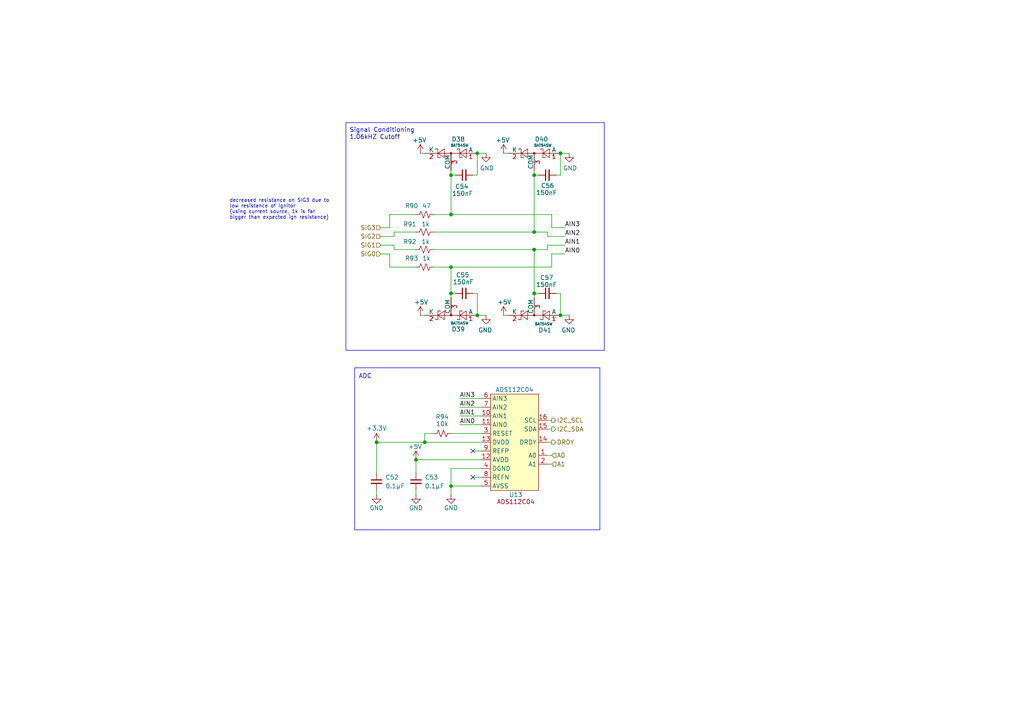
<source format=kicad_sch>
(kicad_sch (version 20250114) (generator "eeschema") (generator_version "9.0")
  (paper "A4")
  (lib_symbols
    (symbol "ADS112C04_1"
      (property "Reference" "U" (at -0.762 -12.7 0))
      (symbol "ADS112C04_1_1_1"
        (rectangle (start -7.62 16.51) (end 6.35 -11.43) (fill (type background)))
        (text "ADS112C04" (at -0.254 -14.732 0) (effects (font (size 1.27 1.27))))
        (pin input line (at -10.16 15.24 0) (length 2.54) (name "AIN3") (number "6"))
        (pin input line (at -10.16 12.7 0) (length 2.54) (name "AIN2") (number "7"))
        (pin input line (at -10.16 10.16 0) (length 2.54) (name "AIN1") (number "10"))
        (pin input line (at -10.16 7.62 0) (length 2.54) (name "AIN0") (number "11"))
        (pin input line (at -10.16 5.08 0) (length 2.54) (name "RESET") (number "3"))
        (pin power_in line (at -10.16 2.54 0) (length 2.54) (name "DVDD") (number "13"))
        (pin input line (at -10.16 0 0) (length 2.54) (name "REFP") (number "9"))
        (pin power_in line (at -10.16 -2.54 0) (length 2.54) (name "AVDD") (number "12"))
        (pin power_in line (at -10.16 -5.08 0) (length 2.54) (name "DGND") (number "4"))
        (pin input line (at -10.16 -7.62 0) (length 2.54) (name "REFN") (number "8"))
        (pin power_in line (at -10.16 -10.16 0) (length 2.54) (name "AVSS") (number "5"))
        (pin input line (at 8.89 8.89 180) (length 2.54) (name "SCL") (number "16"))
        (pin bidirectional line (at 8.89 6.35 180) (length 2.54) (name "SDA") (number "15"))
        (pin output line (at 8.89 2.54 180) (length 2.54) (name "DRDY") (number "14"))
        (pin input line (at 8.89 -1.27 180) (length 2.54) (name "A0") (number "1"))
        (pin input line (at 8.89 -3.81 180) (length 2.54) (name "A1") (number "2"))
      )
    )
    (symbol "Device:C_Small" (pin_numbers (hide yes)) (pin_names (offset 0.254) (hide yes))
      (property "Reference" "C" (at 0.254 1.778 0))
      (property "Value" "C_Small" (at 0.254 -2.032 0))
      (symbol "C_Small_0_1"
        (polyline (pts (xy -1.524 0.508) (xy 1.524 0.508)) (stroke (width 0.3048)))
        (polyline (pts (xy -1.524 -0.508) (xy 1.524 -0.508)) (stroke (width 0.3302)))
      )
      (symbol "C_Small_1_1"
        (pin passive line (at 0 2.54 270) (length 2.032) (name "~") (number "1"))
        (pin passive line (at 0 -2.54 90) (length 2.032) (name "~") (number "2"))
      )
    )
    (symbol "Device:R_Small_US" (pin_numbers (hide yes)) (pin_names (offset 0.254) (hide yes))
      (property "Reference" "R" (at 0.762 0.508 0))
      (property "Value" "R_Small_US" (at 0.762 -1.016 0))
      (symbol "R_Small_US_1_1"
        (polyline (pts (xy 0 1.524) (xy 1.016 1.143) (xy 0 0.762) (xy -1.016 0.381) (xy 0 0)))
        (polyline (pts (xy 0 0) (xy 1.016 -0.381) (xy 0 -0.762) (xy -1.016 -1.143) (xy 0 -1.524)))
        (pin passive line (at 0 2.54 270) (length 1.016) (name "~") (number "1"))
        (pin passive line (at 0 -2.54 90) (length 1.016) (name "~") (number "2"))
      )
    )
    (symbol "Diode:BAT54SW" (pin_names (offset 0))
      (property "Reference" "D" (at 0.635 -3.81 0))
      (property "Value" "BAT54SW" (at -6.35 3.175 0))
      (symbol "BAT54SW_0_1"
        (polyline (pts (xy -4.445 1.27) (xy -4.445 -1.27) (xy -2.54 0) (xy -4.445 1.27)))
        (polyline (pts (xy -3.81 0) (xy -1.27 0)))
        (polyline (pts (xy -3.175 -1.27) (xy -3.175 -1.016)))
        (polyline (pts (xy -2.54 1.27) (xy -1.905 1.27)))
        (polyline (pts (xy -2.54 -1.27) (xy -3.175 -1.27)))
        (polyline (pts (xy -2.54 -1.27) (xy -2.54 1.27)))
        (polyline (pts (xy -1.905 1.27) (xy -1.905 1.016)))
        (polyline (pts (xy -1.905 0) (xy 1.905 0)))
        (circle (center 0 0) (radius 0.254) (fill (type outline)))
        (polyline (pts (xy 1.27 0) (xy 3.81 0)))
        (polyline (pts (xy 1.905 1.27) (xy 1.905 -1.27) (xy 3.81 0) (xy 1.905 1.27)))
        (polyline (pts (xy 3.175 -1.27) (xy 3.175 -1.016)))
        (polyline (pts (xy 3.81 1.27) (xy 4.445 1.27)))
        (polyline (pts (xy 3.81 -1.27) (xy 3.175 -1.27)))
        (polyline (pts (xy 3.81 -1.27) (xy 3.81 1.27)))
        (polyline (pts (xy 4.445 1.27) (xy 4.445 1.016)))
      )
      (symbol "BAT54SW_1_1"
        (pin passive line (at -7.62 0 0) (length 3.81) (name "A") (number "1"))
        (pin passive line (at 0 -5.08 90) (length 5.08) (name "COM") (number "3"))
        (pin passive line (at 7.62 0 180) (length 3.81) (name "K") (number "2"))
      )
    )
    (symbol "power:+3.3V" (power) (pin_numbers (hide yes)) (pin_names (offset 0) (hide yes))
      (property "Value" "+3.3V" (at 0 3.556 0))
      (symbol "+3.3V_0_1"
        (polyline (pts (xy -0.762 1.27) (xy 0 2.54)))
        (polyline (pts (xy 0 2.54) (xy 0.762 1.27)))
        (polyline (pts (xy 0 0) (xy 0 2.54)))
      )
      (symbol "+3.3V_1_1"
        (pin power_in line (at 0 0 90) (length 0) (name "~") (number "1"))
      )
    )
    (symbol "power:GND" (power) (pin_numbers (hide yes)) (pin_names (offset 0) (hide yes))
      (property "Value" "GND" (at 0 -3.81 0))
      (symbol "GND_0_1"
        (polyline (pts (xy 0 0) (xy 0 -1.27) (xy 1.27 -1.27) (xy 0 -2.54) (xy -1.27 -1.27) (xy 0 -1.27)))
      )
      (symbol "GND_1_1"
        (pin power_in line (at 0 0 270) (length 0) (name "~") (number "1"))
      )
    )
  )
  (rectangle (start 102.87 106.68) (end 173.99 153.67))
  (rectangle (start 100.33 35.56) (end 175.26 101.6))
  (text "ADC" (at 105.918 109.22 0) (effects (font (size 1.27 1.27))))
  (text "decreased resistance on SIG3 due to\nlow resistance of ignitor\n(using current source, 1k is far\nbigger than expected ign resistance)" (at 66.548 60.706 0) (effects (font (size 1.016 1.016) (thickness 0.127)) (justify left)))
  (text "Signal Conditioning\n1.06kHZ Cutoff" (at 101.346 38.862 0) (effects (font (size 1.27 1.27)) (justify left)))
  (junction (at 123.19 128.27))
  (junction (at 138.43 44.45))
  (junction (at 162.56 44.45))
  (junction (at 130.81 50.8))
  (junction (at 154.94 67.31))
  (junction (at 162.56 91.44))
  (junction (at 138.43 91.44))
  (junction (at 120.65 133.35))
  (junction (at 130.81 85.09))
  (junction (at 130.81 62.23))
  (junction (at 154.94 72.39))
  (junction (at 130.81 140.97))
  (junction (at 154.94 85.09))
  (junction (at 109.22 128.27))
  (junction (at 130.81 77.47))
  (junction (at 154.94 50.8))
  (no_connect (at 137.16 130.81))
  (no_connect (at 137.16 138.43))
  (wire (pts (xy 158.75 68.58) (xy 163.83 68.58)))
  (wire (pts (xy 162.56 85.09) (xy 162.56 91.44)))
  (wire (pts (xy 162.56 85.09) (xy 161.29 85.09)))
  (wire (pts (xy 130.81 62.23) (xy 160.02 62.23)))
  (wire (pts (xy 154.94 50.8) (xy 154.94 49.53)))
  (wire (pts (xy 130.81 50.8) (xy 130.81 49.53)))
  (wire (pts (xy 130.81 140.97) (xy 130.81 143.51)))
  (wire (pts (xy 110.49 66.04) (xy 113.03 66.04)))
  (wire (pts (xy 130.81 125.73) (xy 139.7 125.73)))
  (wire (pts (xy 138.43 85.09) (xy 137.16 85.09)))
  (wire (pts (xy 125.73 72.39) (xy 154.94 72.39)))
  (wire (pts (xy 114.3 72.39) (xy 120.65 72.39)))
  (wire (pts (xy 160.02 62.23) (xy 160.02 66.04)))
  (wire (pts (xy 130.81 85.09) (xy 130.81 86.36)))
  (wire (pts (xy 158.75 134.62) (xy 160.02 134.62)))
  (wire (pts (xy 133.35 120.65) (xy 139.7 120.65)))
  (wire (pts (xy 140.97 44.45) (xy 138.43 44.45)))
  (wire (pts (xy 123.19 125.73) (xy 123.19 128.27)))
  (wire (pts (xy 125.73 62.23) (xy 130.81 62.23)))
  (wire (pts (xy 113.03 77.47) (xy 120.65 77.47)))
  (wire (pts (xy 110.49 73.66) (xy 113.03 73.66)))
  (wire (pts (xy 162.56 50.8) (xy 161.29 50.8)))
  (wire (pts (xy 158.75 132.08) (xy 160.02 132.08)))
  (wire (pts (xy 158.75 128.27) (xy 160.02 128.27)))
  (wire (pts (xy 146.05 44.45) (xy 147.32 44.45)))
  (wire (pts (xy 110.49 68.58) (xy 114.3 68.58)))
  (wire (pts (xy 114.3 67.31) (xy 120.65 67.31)))
  (wire (pts (xy 130.81 77.47) (xy 130.81 85.09)))
  (wire (pts (xy 132.08 85.09) (xy 130.81 85.09)))
  (wire (pts (xy 125.73 77.47) (xy 130.81 77.47)))
  (wire (pts (xy 114.3 71.12) (xy 114.3 72.39)))
  (wire (pts (xy 154.94 85.09) (xy 154.94 86.36)))
  (wire (pts (xy 160.02 77.47) (xy 160.02 73.66)))
  (wire (pts (xy 114.3 68.58) (xy 114.3 67.31)))
  (wire (pts (xy 120.65 133.35) (xy 139.7 133.35)))
  (wire (pts (xy 162.56 50.8) (xy 162.56 44.45)))
  (wire (pts (xy 160.02 73.66) (xy 163.83 73.66)))
  (wire (pts (xy 154.94 50.8) (xy 154.94 67.31)))
  (wire (pts (xy 125.73 125.73) (xy 123.19 125.73)))
  (wire (pts (xy 156.21 50.8) (xy 154.94 50.8)))
  (wire (pts (xy 146.05 91.44) (xy 147.32 91.44)))
  (wire (pts (xy 120.65 142.24) (xy 120.65 143.51)))
  (wire (pts (xy 133.35 115.57) (xy 139.7 115.57)))
  (wire (pts (xy 158.75 72.39) (xy 158.75 71.12)))
  (wire (pts (xy 154.94 67.31) (xy 158.75 67.31)))
  (wire (pts (xy 158.75 121.92) (xy 160.02 121.92)))
  (wire (pts (xy 121.92 91.44) (xy 123.19 91.44)))
  (wire (pts (xy 138.43 85.09) (xy 138.43 91.44)))
  (wire (pts (xy 109.22 142.24) (xy 109.22 143.51)))
  (wire (pts (xy 132.08 50.8) (xy 130.81 50.8)))
  (wire (pts (xy 113.03 66.04) (xy 113.03 62.23)))
  (wire (pts (xy 154.94 72.39) (xy 158.75 72.39)))
  (wire (pts (xy 133.35 123.19) (xy 139.7 123.19)))
  (wire (pts (xy 113.03 62.23) (xy 120.65 62.23)))
  (wire (pts (xy 130.81 50.8) (xy 130.81 62.23)))
  (wire (pts (xy 165.1 44.45) (xy 162.56 44.45)))
  (wire (pts (xy 125.73 67.31) (xy 154.94 67.31)))
  (wire (pts (xy 121.92 44.45) (xy 123.19 44.45)))
  (wire (pts (xy 110.49 71.12) (xy 114.3 71.12)))
  (wire (pts (xy 138.43 50.8) (xy 138.43 44.45)))
  (wire (pts (xy 137.16 130.81) (xy 139.7 130.81)))
  (wire (pts (xy 140.97 91.44) (xy 138.43 91.44)))
  (wire (pts (xy 156.21 85.09) (xy 154.94 85.09)))
  (wire (pts (xy 109.22 128.27) (xy 109.22 137.16)))
  (wire (pts (xy 138.43 50.8) (xy 137.16 50.8)))
  (wire (pts (xy 158.75 67.31) (xy 158.75 68.58)))
  (wire (pts (xy 113.03 73.66) (xy 113.03 77.47)))
  (wire (pts (xy 120.65 133.35) (xy 120.65 137.16)))
  (wire (pts (xy 139.7 135.89) (xy 130.81 135.89)))
  (wire (pts (xy 137.16 138.43) (xy 139.7 138.43)))
  (wire (pts (xy 160.02 66.04) (xy 163.83 66.04)))
  (wire (pts (xy 123.19 128.27) (xy 139.7 128.27)))
  (wire (pts (xy 154.94 72.39) (xy 154.94 85.09)))
  (wire (pts (xy 130.81 77.47) (xy 160.02 77.47)))
  (wire (pts (xy 158.75 124.46) (xy 160.02 124.46)))
  (wire (pts (xy 130.81 135.89) (xy 130.81 140.97)))
  (wire (pts (xy 165.1 91.44) (xy 162.56 91.44)))
  (wire (pts (xy 109.22 128.27) (xy 123.19 128.27)))
  (wire (pts (xy 139.7 140.97) (xy 130.81 140.97)))
  (wire (pts (xy 133.35 118.11) (xy 139.7 118.11)))
  (wire (pts (xy 158.75 71.12) (xy 163.83 71.12)))
  (label "AIN1" (at 163.83 71.12 0))
  (label "AIN0" (at 133.35 123.19 0))
  (label "AIN1" (at 133.35 120.65 0))
  (label "AIN0" (at 163.83 73.66 0))
  (label "AIN3" (at 163.83 66.04 0))
  (label "AIN2" (at 163.83 68.58 0))
  (label "AIN2" (at 133.35 118.11 0))
  (label "AIN3" (at 133.35 115.57 0))
  (hierarchical_label "SIG2" (shape input) (at 110.49 68.58 180))
  (hierarchical_label "DRDY" (shape output) (at 160.02 128.27 0))
  (hierarchical_label "A0" (shape input) (at 160.02 132.08 0))
  (hierarchical_label "A1" (shape input) (at 160.02 134.62 0))
  (hierarchical_label "SIG3" (shape input) (at 110.49 66.04 180))
  (hierarchical_label "SIG0" (shape input) (at 110.49 73.66 180))
  (hierarchical_label "I2C_SCL" (shape output) (at 160.02 121.92 0))
  (hierarchical_label "I2C_SDA" (shape output) (at 160.02 124.46 0))
  (hierarchical_label "SIG1" (shape input) (at 110.49 71.12 180))
  (symbol (lib_id "Device:R_Small_US") (at 123.19 77.47 90) (unit 1)
    (property "Reference" "R93" (at 119.38 74.93 90))
    (property "Value" "1k" (at 123.698 74.93 90))
    (property "Footprint" "Resistor_SMD:R_0402_1005Metric" (effects (hide yes)))
    (property "Description" "Resistor, small US symbol" (effects (hide yes)))
  )
  (symbol (lib_id "power:GND") (at 140.97 44.45 0) (unit 1)
    (property "Reference" "#PWR0197" (effects (hide yes)))
    (property "Value" "GND" (at 141.224 48.768 0))
    (property "Description" "Power symbol creates a global label with name \"GND\" , ground" (effects (hide yes)))
  )
  (symbol (lib_id "Diode:BAT54SW") (at 130.81 91.44 180) (unit 1)
    (property "Reference" "D39" (at 134.874 95.504 0) (effects (justify left)))
    (property "Value" "BAT54SW" (at 135.89 93.726 0) (effects (font (size 0.762 0.762)) (justify left)))
    (property "Footprint" "Package_TO_SOT_SMD:SOT-323_SC-70" (effects (hide yes)))
    (property "Datasheet" "https://assets.nexperia.com/documents/data-sheet/BAT54W_SER.pdf" (effects (hide yes)))
    (property "Description" "Vr 30V, If 200mA, Dual schottky barrier diode, in series, SOT-323" (effects (hide yes)))
  )
  (symbol (lib_id "power:+3.3V") (at 120.65 133.35 0) (unit 1)
    (property "Reference" "#PWR0192" (effects (hide yes)))
    (property "Value" "+5V" (at 120.396 129.54 0))
    (property "Description" "Power symbol creates a global label with name \"+3.3V\"" (effects (hide yes)))
  )
  (symbol (lib_id "power:GND") (at 109.22 143.51 0) (unit 1)
    (property "Reference" "#PWR0191" (effects (hide yes)))
    (property "Value" "GND" (at 109.22 147.32 0))
    (property "Description" "Power symbol creates a global label with name \"GND\" , ground" (effects (hide yes)))
  )
  (symbol (lib_id "power:+3.3V") (at 121.92 44.45 0) (unit 1)
    (property "Reference" "#PWR0194" (effects (hide yes)))
    (property "Value" "+5V" (at 121.666 40.64 0))
    (property "Description" "Power symbol creates a global label with name \"+3.3V\"" (effects (hide yes)))
  )
  (symbol (lib_id "power:GND") (at 140.97 91.44 0) (mirror y) (unit 1)
    (property "Reference" "#PWR0198" (effects (hide yes)))
    (property "Value" "GND" (at 140.716 95.758 0))
    (property "Description" "Power symbol creates a global label with name \"GND\" , ground" (effects (hide yes)))
  )
  (symbol (lib_name "ADS112C04_1") (lib_id "ADS112C04:ADS112C04") (at 149.86 130.81 0) (unit 1)
    (property "Reference" "U13" (at 149.606 143.51 0))
    (property "Value" "ADS112C04" (at 149.225 113.03 0))
    (property "Footprint" "Package_SO:TSSOP-16_4.4x5mm_P0.65mm" (effects (hide yes)))
    (property "Datasheet" "kicad-embed://ads112c04.pdf" (effects (hide yes)))
    (property "ADC Number" "1" (effects (hide yes)))
    (property "I2C Address" "100 0000" (effects (hide yes)))
    (property "MPN" "ADS112C04IPWR" (effects (hide yes)))
    (property "LCSC" "C701615" (effects (hide yes)))
  )
  (symbol (lib_id "Device:C_Small") (at 120.65 139.7 0) (unit 1)
    (property "Reference" "C53" (at 123.19 138.4362 0) (effects (justify left)))
    (property "Value" "0.1μF" (at 123.19 140.9762 0) (effects (justify left)))
    (property "Footprint" "Capacitor_SMD:C_0402_1005Metric" (effects (hide yes)))
    (property "Description" "Unpolarized capacitor, small symbol" (effects (hide yes)))
    (property "MPN" "CL05B104KO5NNNC" (effects (hide yes)))
    (property "LCSC" "C1525" (effects (hide yes)))
  )
  (symbol (lib_id "Diode:BAT54SW") (at 154.94 44.45 0) (mirror y) (unit 1)
    (property "Reference" "D40" (at 159.004 40.386 0) (effects (justify left)))
    (property "Value" "BAT54SW" (at 160.02 42.164 0) (effects (font (size 0.762 0.762)) (justify left)))
    (property "Footprint" "Package_TO_SOT_SMD:SOT-323_SC-70" (effects (hide yes)))
    (property "Datasheet" "https://assets.nexperia.com/documents/data-sheet/BAT54W_SER.pdf" (effects (hide yes)))
    (property "Description" "Vr 30V, If 200mA, Dual schottky barrier diode, in series, SOT-323" (effects (hide yes)))
  )
  (symbol (lib_id "Device:R_Small_US") (at 123.19 67.31 90) (unit 1)
    (property "Reference" "R91" (at 118.872 65.024 90))
    (property "Value" "1k" (at 123.444 65.024 90))
    (property "Footprint" "Resistor_SMD:R_0402_1005Metric" (effects (hide yes)))
    (property "Description" "Resistor, small US symbol" (effects (hide yes)))
  )
  (symbol (lib_id "Diode:BAT54SW") (at 154.94 91.44 180) (unit 1)
    (property "Reference" "D41" (at 160.02 95.758 0) (effects (justify left)))
    (property "Value" "BAT54SW" (at 160.274 93.98 0) (effects (font (size 0.762 0.762)) (justify left)))
    (property "Footprint" "Package_TO_SOT_SMD:SOT-323_SC-70" (effects (hide yes)))
    (property "Datasheet" "https://assets.nexperia.com/documents/data-sheet/BAT54W_SER.pdf" (effects (hide yes)))
    (property "Description" "Vr 30V, If 200mA, Dual schottky barrier diode, in series, SOT-323" (effects (hide yes)))
  )
  (symbol (lib_id "power:+3.3V") (at 121.92 91.44 0) (mirror y) (unit 1)
    (property "Reference" "#PWR0195" (effects (hide yes)))
    (property "Value" "+5V" (at 122.174 87.63 0))
    (property "Description" "Power symbol creates a global label with name \"+3.3V\"" (effects (hide yes)))
  )
  (symbol (lib_id "Device:R_Small_US") (at 123.19 72.39 90) (unit 1)
    (property "Reference" "R92" (at 118.872 70.104 90))
    (property "Value" "1k" (at 123.444 70.104 90))
    (property "Footprint" "Resistor_SMD:R_0402_1005Metric" (effects (hide yes)))
    (property "Description" "Resistor, small US symbol" (effects (hide yes)))
  )
  (symbol (lib_id "Device:C_Small") (at 134.62 50.8 90) (unit 1)
    (property "Reference" "C54" (at 135.89 54.102 90) (effects (justify left)))
    (property "Value" "150nF" (at 137.16 56.134 90) (effects (justify left)))
    (property "Footprint" "Capacitor_SMD:C_0805_2012Metric" (effects (hide yes)))
    (property "Description" "Unpolarized capacitor, small symbol" (effects (hide yes)))
  )
  (symbol (lib_id "Device:R_Small_US") (at 123.19 62.23 90) (unit 1)
    (property "Reference" "R90" (at 119.38 59.69 90))
    (property "Value" "47" (at 123.698 59.69 90))
    (property "Footprint" "Resistor_SMD:R_0402_1005Metric" (effects (hide yes)))
    (property "Description" "Resistor, small US symbol" (effects (hide yes)))
  )
  (symbol (lib_id "Device:C_Small") (at 109.22 139.7 0) (unit 1)
    (property "Reference" "C52" (at 111.76 138.4362 0) (effects (justify left)))
    (property "Value" "0.1μF" (at 111.76 140.9762 0) (effects (justify left)))
    (property "Footprint" "Capacitor_SMD:C_0402_1005Metric" (effects (hide yes)))
    (property "Description" "Unpolarized capacitor, small symbol" (effects (hide yes)))
    (property "MPN" "CL05B104KO5NNNC" (effects (hide yes)))
    (property "LCSC" "C1525" (effects (hide yes)))
  )
  (symbol (lib_id "power:GND") (at 120.65 143.51 0) (unit 1)
    (property "Reference" "#PWR0193" (effects (hide yes)))
    (property "Value" "GND" (at 120.65 147.32 0))
    (property "Description" "Power symbol creates a global label with name \"GND\" , ground" (effects (hide yes)))
  )
  (symbol (lib_id "Device:C_Small") (at 158.75 50.8 90) (unit 1)
    (property "Reference" "C56" (at 160.782 53.848 90) (effects (justify left)))
    (property "Value" "150nF" (at 161.544 55.88 90) (effects (justify left)))
    (property "Footprint" "Capacitor_SMD:C_0805_2012Metric" (effects (hide yes)))
    (property "Description" "Unpolarized capacitor, small symbol" (effects (hide yes)))
  )
  (symbol (lib_id "power:+3.3V") (at 146.05 44.45 0) (unit 1)
    (property "Reference" "#PWR0199" (effects (hide yes)))
    (property "Value" "+5V" (at 145.796 40.64 0))
    (property "Description" "Power symbol creates a global label with name \"+3.3V\"" (effects (hide yes)))
  )
  (symbol (lib_id "power:+3.3V") (at 146.05 91.44 0) (mirror y) (unit 1)
    (property "Reference" "#PWR0200" (effects (hide yes)))
    (property "Value" "+5V" (at 146.304 87.63 0))
    (property "Description" "Power symbol creates a global label with name \"+3.3V\"" (effects (hide yes)))
  )
  (symbol (lib_id "Device:C_Small") (at 134.62 85.09 90) (mirror x) (unit 1)
    (property "Reference" "C55" (at 136.144 79.756 90) (effects (justify left)))
    (property "Value" "150nF" (at 137.414 81.788 90) (effects (justify left)))
    (property "Footprint" "Capacitor_SMD:C_0805_2012Metric" (effects (hide yes)))
    (property "Description" "Unpolarized capacitor, small symbol" (effects (hide yes)))
  )
  (symbol (lib_id "power:GND") (at 130.81 143.51 0) (unit 1)
    (property "Reference" "#PWR0196" (effects (hide yes)))
    (property "Value" "GND" (at 130.81 147.32 0))
    (property "Description" "Power symbol creates a global label with name \"GND\" , ground" (effects (hide yes)))
  )
  (symbol (lib_id "Diode:BAT54SW") (at 130.81 44.45 0) (mirror y) (unit 1)
    (property "Reference" "D38" (at 134.874 40.386 0) (effects (justify left)))
    (property "Value" "BAT54SW" (at 135.89 42.164 0) (effects (font (size 0.762 0.762)) (justify left)))
    (property "Footprint" "Package_TO_SOT_SMD:SOT-323_SC-70" (effects (hide yes)))
    (property "Datasheet" "https://assets.nexperia.com/documents/data-sheet/BAT54W_SER.pdf" (effects (hide yes)))
    (property "Description" "Vr 30V, If 200mA, Dual schottky barrier diode, in series, SOT-323" (effects (hide yes)))
  )
  (symbol (lib_id "power:GND") (at 165.1 44.45 0) (unit 1)
    (property "Reference" "#PWR0201" (effects (hide yes)))
    (property "Value" "GND" (at 165.354 48.768 0))
    (property "Description" "Power symbol creates a global label with name \"GND\" , ground" (effects (hide yes)))
  )
  (symbol (lib_id "Device:R_Small_US") (at 128.27 125.73 90) (unit 1)
    (property "Reference" "R94" (at 128.27 120.904 90))
    (property "Value" "10k" (at 128.27 122.936 90))
    (property "Footprint" "Resistor_SMD:R_0402_1005Metric" (effects (hide yes)))
    (property "Description" "Resistor, small US symbol" (effects (hide yes)))
    (property "LCSC" "C25531" (effects (hide yes)))
    (property "MPN" "0402WGJ0103TCE" (effects (hide yes)))
  )
  (symbol (lib_id "Device:C_Small") (at 158.75 85.09 90) (mirror x) (unit 1)
    (property "Reference" "C57" (at 160.528 80.518 90) (effects (justify left)))
    (property "Value" "150nF" (at 161.544 82.55 90) (effects (justify left)))
    (property "Footprint" "Capacitor_SMD:C_0805_2012Metric" (effects (hide yes)))
    (property "Description" "Unpolarized capacitor, small symbol" (effects (hide yes)))
  )
  (symbol (lib_id "power:GND") (at 165.1 91.44 0) (mirror y) (unit 1)
    (property "Reference" "#PWR0202" (effects (hide yes)))
    (property "Value" "GND" (at 164.846 95.758 0))
    (property "Description" "Power symbol creates a global label with name \"GND\" , ground" (effects (hide yes)))
  )
  (symbol (lib_id "power:+3.3V") (at 109.22 128.27 0) (unit 1)
    (property "Reference" "#PWR0190" (effects (hide yes)))
    (property "Value" "+3.3V" (at 109.22 124.206 0))
    (property "Description" "Power symbol creates a global label with name \"+3.3V\"" (effects (hide yes)))
  )
)
</source>
